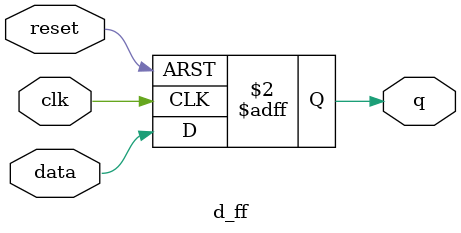
<source format=v>
module d_ff(data,clk,reset,q);
	
   input data,clk,reset;
   output reg q;
	
   always @(posedge clk,posedge reset)
     if(reset) begin
	q<=1'b0;
     end 
     else begin
	q<=data;
     end
endmodule

</source>
